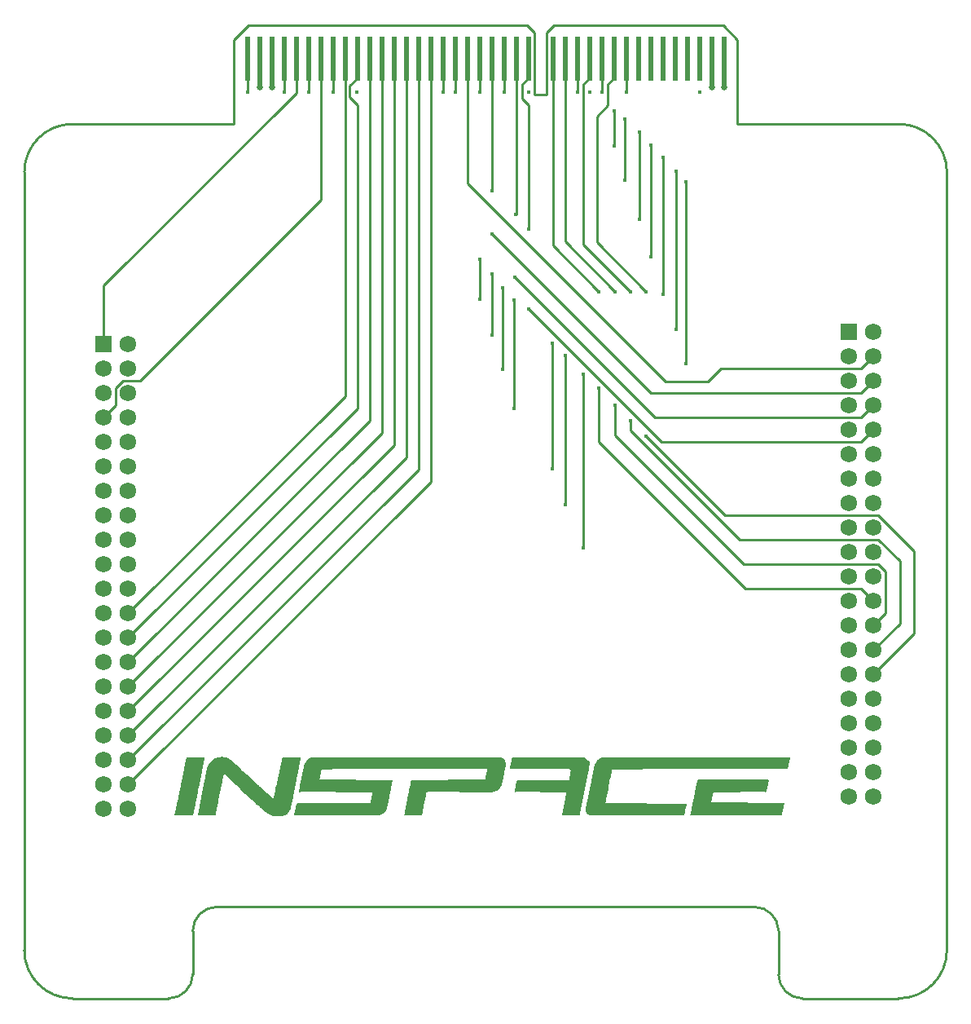
<source format=gbr>
%TF.GenerationSoftware,Altium Limited,Altium Designer,22.11.1 (43)*%
G04 Layer_Physical_Order=1*
G04 Layer_Color=255*
%FSLAX45Y45*%
%MOMM*%
%TF.SameCoordinates,C297AA42-F212-4987-B5A2-20FF98F52B47*%
%TF.FilePolarity,Positive*%
%TF.FileFunction,Copper,L1,Top,Signal*%
%TF.Part,Single*%
G01*
G75*
%TA.AperFunction,SMDPad,CuDef*%
%ADD10R,0.53000X4.57200*%
%TA.AperFunction,Conductor*%
%ADD11C,0.29300*%
%ADD12C,0.50000*%
%TA.AperFunction,NonConductor*%
%ADD13C,0.25400*%
%TA.AperFunction,ComponentPad*%
%ADD14C,1.72500*%
%ADD15R,1.72500X1.72500*%
%TA.AperFunction,ViaPad*%
%ADD16C,0.44400*%
%ADD17C,0.63500*%
G36*
X4955054Y2504812D02*
X4980163Y2492723D01*
X4982023Y2489003D01*
X4988533Y2484353D01*
X4995042Y2474124D01*
X4998762Y2464824D01*
X5004342Y2444365D01*
X5002482Y2416466D01*
X5000622Y2410886D01*
X4998762Y2397867D01*
X4995972Y2382057D01*
X4994112Y2374618D01*
X4991323Y2364388D01*
X4989462Y2351369D01*
X4986673Y2335559D01*
X4984813Y2328120D01*
X4982023Y2317890D01*
X4980163Y2299291D01*
X4976443Y2284411D01*
X4972723Y2271392D01*
X4970863Y2252793D01*
X4969003Y2245353D01*
X4963424Y2226754D01*
X4960634Y2214664D01*
X4954124Y2202575D01*
X4948544Y2193275D01*
X4940175Y2183046D01*
X4937385Y2180256D01*
X4935525Y2176536D01*
X4932735Y2173746D01*
X4929015Y2171886D01*
X4921575Y2164446D01*
X4917855Y2162586D01*
X4914135Y2158867D01*
X4902046Y2154217D01*
X4889956Y2147707D01*
X4876007Y2144917D01*
X4850898Y2142127D01*
X4193415Y2143057D01*
X4182255Y2141197D01*
X4178535Y2137477D01*
X4176675Y2124458D01*
X4173886Y2108649D01*
X4171096Y2098419D01*
X4169236Y2090979D01*
X4164586Y2064010D01*
X4161796Y2053781D01*
X4159936Y2046341D01*
X4157146Y2024952D01*
X4152496Y2009143D01*
X4150637Y1996123D01*
X4147847Y1980314D01*
X4145057Y1970084D01*
X4141337Y1955205D01*
X4139477Y1936605D01*
X4137617Y1931026D01*
X4133897Y1918006D01*
X4132037Y1904987D01*
X4130177Y1901267D01*
X4127387Y1898477D01*
X3948835Y1900337D01*
X3946045Y1903127D01*
X3947905Y1910567D01*
X3951625Y1919866D01*
X3953485Y1938466D01*
X3955344Y1945905D01*
X3958134Y1957995D01*
X3960924Y1968224D01*
X3962784Y1981244D01*
X3965574Y1997053D01*
X3967434Y2004493D01*
X3970224Y2014722D01*
X3974874Y2043551D01*
X3977664Y2053781D01*
X3979523Y2061220D01*
X3984173Y2088189D01*
X3987893Y2103069D01*
X3991613Y2127248D01*
X3993473Y2134688D01*
X3996263Y2144917D01*
X3998123Y2152357D01*
X4000913Y2173746D01*
X4005562Y2189555D01*
X4007422Y2202575D01*
X4010212Y2218384D01*
X4012072Y2225824D01*
X4014862Y2236053D01*
X4016722Y2249073D01*
X4019512Y2263022D01*
X4024162Y2269532D01*
X4781151Y2271392D01*
X4787661Y2274182D01*
X4790451Y2276972D01*
X4792310Y2284411D01*
X4795100Y2305801D01*
X4799750Y2321610D01*
X4801610Y2334629D01*
X4804400Y2350439D01*
X4807190Y2360668D01*
X4810910Y2373688D01*
X4808120Y2380198D01*
X3299721D01*
X3091410Y2378338D01*
X3088620Y2375548D01*
X3086760Y2351369D01*
X3083040Y2342069D01*
X3081180Y2334629D01*
X3077460Y2308591D01*
X3071880Y2289991D01*
X3070021Y2276972D01*
X3071880Y2273252D01*
X3074670Y2270462D01*
X3826080Y2268602D01*
X3827010Y2258372D01*
X3823290Y2249073D01*
X3819570Y2226754D01*
X3816780Y2210945D01*
X3812130Y2195135D01*
X3809340Y2173746D01*
X3807481Y2166306D01*
X3804691Y2156077D01*
X3802831Y2148637D01*
X3800041Y2127248D01*
X3798181Y2119808D01*
X3795391Y2109578D01*
X3793531Y2102139D01*
X3790741Y2080750D01*
X3787951Y2070520D01*
X3784231Y2055641D01*
X3782372Y2037041D01*
X3780512Y2031462D01*
X3776792Y2018442D01*
X3774932Y1999843D01*
X3768422Y1982174D01*
X3766562Y1972874D01*
X3762842Y1963574D01*
X3758193Y1955205D01*
X3750753Y1942185D01*
X3742383Y1931956D01*
X3739593Y1929166D01*
X3737733Y1925446D01*
X3723784Y1915216D01*
X3707045Y1907777D01*
X3681006Y1900337D01*
X3662406Y1898477D01*
X2804051Y1899407D01*
X2802191Y1906847D01*
X2805911Y1921726D01*
X2809631Y1934746D01*
X2811491Y1947765D01*
X2814281Y1961715D01*
X2816141Y1969154D01*
X2818931Y1979384D01*
X2823581Y2006353D01*
X2825440Y2013793D01*
X2828230Y2020302D01*
X2831020Y2023092D01*
X2838460Y2024952D01*
X3594519Y2025882D01*
X3596379Y2033322D01*
X3598239Y2046341D01*
X3601959Y2059361D01*
X3605679Y2074240D01*
X3607539Y2092839D01*
X3609399Y2098419D01*
X3613119Y2111439D01*
X3616838Y2137477D01*
X3612188Y2142127D01*
X3604749Y2143987D01*
X3597309Y2142127D01*
X2871008Y2143057D01*
X2860779Y2142127D01*
X2854269Y2146777D01*
X2857059Y2173746D01*
X2858919Y2183046D01*
X2863569Y2198855D01*
X2866359Y2220244D01*
X2871939Y2242563D01*
X2873798Y2253723D01*
X2877518Y2274182D01*
X2881238Y2289061D01*
X2884958Y2313240D01*
X2886818Y2320680D01*
X2889608Y2330909D01*
X2891468Y2343929D01*
X2894258Y2359738D01*
X2897048Y2369968D01*
X2898907Y2377408D01*
X2900767Y2390427D01*
X2903557Y2406236D01*
X2908207Y2422046D01*
X2911927Y2436925D01*
X2915647Y2440645D01*
X2919367Y2449945D01*
X2921227Y2453665D01*
X2926806Y2459244D01*
X2932386Y2468544D01*
X2950055Y2486213D01*
X2959355Y2491793D01*
X2983534Y2502953D01*
X2996554Y2504812D01*
X3020733Y2506672D01*
X4955054Y2504812D01*
D02*
G37*
G36*
X1873159D02*
X1874089Y2490863D01*
X1872229Y2485283D01*
X1869439Y2475054D01*
X1867579Y2467614D01*
X1862000Y2434135D01*
X1859210Y2423906D01*
X1857350Y2416466D01*
X1852700Y2389497D01*
X1849910Y2379268D01*
X1848050Y2371828D01*
X1845260Y2350439D01*
X1843400Y2342999D01*
X1840610Y2332770D01*
X1838750Y2325330D01*
X1836891Y2306730D01*
X1835031Y2301151D01*
X1831311Y2288131D01*
X1829451Y2275112D01*
X1826661Y2259303D01*
X1823871Y2249073D01*
X1822011Y2241633D01*
X1817361Y2212804D01*
X1814571Y2202575D01*
X1812712Y2195135D01*
X1808062Y2168166D01*
X1805272Y2157937D01*
X1803412Y2150497D01*
X1800622Y2129108D01*
X1798762Y2121668D01*
X1795972Y2111439D01*
X1794112Y2103999D01*
X1792252Y2085399D01*
X1790392Y2079820D01*
X1786673Y2066800D01*
X1784813Y2053781D01*
X1782023Y2037972D01*
X1779233Y2027742D01*
X1777373Y2020302D01*
X1775513Y2007283D01*
X1772723Y1991473D01*
X1769933Y1981244D01*
X1768073Y1973804D01*
X1763424Y1946835D01*
X1760634Y1936605D01*
X1758774Y1929166D01*
X1755984Y1907777D01*
X1753194Y1901267D01*
X1744824Y1898477D01*
X1561622Y1899407D01*
X1562552Y1918936D01*
X1566272Y1920796D01*
X1569061Y1931026D01*
X1570921Y1949625D01*
X1572781Y1957065D01*
X1575571Y1967294D01*
X1577431Y1974734D01*
X1579291Y1985894D01*
X1583011Y2006353D01*
X1584871Y2013793D01*
X1587661Y2024022D01*
X1590451Y2045411D01*
X1592311Y2052851D01*
X1595100Y2063080D01*
X1596960Y2070520D01*
X1599750Y2091909D01*
X1604400Y2107719D01*
X1606260Y2120738D01*
X1609050Y2136547D01*
X1610910Y2143987D01*
X1613700Y2154217D01*
X1615560Y2167236D01*
X1618350Y2183046D01*
X1621139Y2193275D01*
X1622999Y2200715D01*
X1627649Y2227684D01*
X1630439Y2237913D01*
X1632299Y2245353D01*
X1635089Y2266742D01*
X1636949Y2274182D01*
X1639739Y2284411D01*
X1641598Y2291851D01*
X1644388Y2313240D01*
X1649038Y2329050D01*
X1650898Y2342069D01*
X1653688Y2357878D01*
X1656478Y2368108D01*
X1658338Y2375548D01*
X1660198Y2388567D01*
X1662988Y2404376D01*
X1665777Y2414606D01*
X1667638Y2422046D01*
X1672287Y2449015D01*
X1675077Y2459244D01*
X1676937Y2466684D01*
X1679727Y2488073D01*
X1681587Y2495513D01*
X1684377Y2502023D01*
X1689027Y2506672D01*
X1808062D01*
X1873159Y2504812D01*
D02*
G37*
G36*
X2074031Y2506672D02*
X2075891D01*
X2083331Y2504812D01*
X2100070Y2502953D01*
X2116809Y2495513D01*
X2124249Y2493653D01*
X2129829Y2488073D01*
X2137268Y2486213D01*
X2144708Y2478774D01*
X2148428Y2476914D01*
X2165167Y2460174D01*
X2168887Y2458314D01*
X2183767Y2443435D01*
X2187486Y2441575D01*
X2204226Y2424836D01*
X2207946Y2422976D01*
X2224685Y2406236D01*
X2228405Y2404376D01*
X2252584Y2380198D01*
X2256304Y2378338D01*
X2273043Y2361598D01*
X2276763Y2359738D01*
X2280483Y2354159D01*
X2284202Y2352299D01*
X2300942Y2335559D01*
X2304662Y2333699D01*
X2313961Y2324400D01*
X2317681Y2322540D01*
X2341860Y2298361D01*
X2345580Y2296501D01*
X2362319Y2279762D01*
X2365109Y2278832D01*
X2366969Y2275112D01*
X2373479Y2270462D01*
X2395798Y2248143D01*
X2399518Y2246283D01*
X2408817Y2236983D01*
X2412537Y2235124D01*
X2431136Y2216524D01*
X2434856Y2214664D01*
X2436716Y2210945D01*
X2440436Y2209084D01*
X2449736Y2199785D01*
X2452526Y2198855D01*
X2454385Y2195135D01*
X2457175Y2192345D01*
X2460895Y2190485D01*
X2485074Y2166306D01*
X2488794Y2164446D01*
X2505533Y2147707D01*
X2509253Y2145847D01*
X2511113Y2142127D01*
X2514833Y2140267D01*
X2525993Y2129108D01*
X2529712Y2127248D01*
X2546452Y2110509D01*
X2550172Y2108649D01*
X2552031Y2104929D01*
X2555751Y2103069D01*
X2574351Y2084470D01*
X2577140Y2083540D01*
X2579000Y2079820D01*
X2581790Y2077030D01*
X2589230Y2078890D01*
X2591090Y2086330D01*
X2593880Y2096559D01*
X2595740Y2103999D01*
X2597600Y2117018D01*
X2600390Y2129108D01*
X2605039Y2144917D01*
X2608759Y2169096D01*
X2612479Y2178396D01*
X2616199Y2204435D01*
X2621779Y2223034D01*
X2623639Y2230474D01*
X2626429Y2248143D01*
X2631078Y2263952D01*
X2632938Y2276972D01*
X2637588Y2296501D01*
X2640378Y2306730D01*
X2642238Y2319750D01*
X2644098Y2330909D01*
X2647818Y2340209D01*
X2649677Y2353229D01*
X2651537Y2360668D01*
X2654327Y2374618D01*
X2657117Y2384847D01*
X2658977Y2392287D01*
X2661767Y2409956D01*
X2666417Y2425766D01*
X2668277Y2438785D01*
X2671067Y2450875D01*
X2672927Y2458314D01*
X2675717Y2468544D01*
X2677577Y2475984D01*
X2679436Y2492723D01*
X2685946Y2504812D01*
X2693386Y2506672D01*
X2871939Y2504812D01*
X2874728Y2496443D01*
X2872869Y2490863D01*
X2870079Y2478774D01*
X2866359Y2463894D01*
X2862639Y2439715D01*
X2860779Y2432276D01*
X2857989Y2422046D01*
X2854269Y2396007D01*
X2850549Y2382987D01*
X2848690Y2375548D01*
X2846829Y2362528D01*
X2844040Y2348579D01*
X2842180Y2341139D01*
X2839390Y2330909D01*
X2837530Y2312310D01*
X2835670Y2304871D01*
X2831950Y2291851D01*
X2830090Y2284411D01*
X2827300Y2264882D01*
X2825440Y2257443D01*
X2822650Y2247213D01*
X2818931Y2221174D01*
X2817071Y2213734D01*
X2813351Y2200715D01*
X2811491Y2187695D01*
X2808701Y2171886D01*
X2805911Y2161656D01*
X2804051Y2154217D01*
X2802191Y2141197D01*
X2799402Y2127248D01*
X2796612Y2117018D01*
X2794752Y2109578D01*
X2792892Y2090979D01*
X2791032Y2083540D01*
X2787312Y2070520D01*
X2785452Y2063080D01*
X2782662Y2041691D01*
X2780802Y2034252D01*
X2778012Y2025882D01*
X2776152Y2012862D01*
X2773362Y1997053D01*
X2771503Y1989613D01*
X2768713Y1979384D01*
X2766853Y1966364D01*
X2763133Y1957065D01*
X2753833Y1940326D01*
X2750113Y1936605D01*
X2748254Y1932886D01*
X2732444Y1917076D01*
X2723145Y1911497D01*
X2719425Y1907777D01*
X2707335Y1903127D01*
X2704545Y1900337D01*
X2682226Y1894757D01*
X2679436Y1891968D01*
X2678506Y1889178D01*
X2597600Y1890107D01*
X2595740Y1893827D01*
X2585510Y1896617D01*
X2565981Y1901267D01*
X2563191Y1904057D01*
X2555751Y1905917D01*
X2527852Y1920796D01*
X2524133Y1924516D01*
X2520413Y1926376D01*
X2512973Y1933816D01*
X2509253Y1935676D01*
X2501814Y1943115D01*
X2498094Y1944975D01*
X2485074Y1957995D01*
X2481354Y1959855D01*
X2473915Y1967294D01*
X2470195Y1969154D01*
X2460895Y1978454D01*
X2457175Y1980314D01*
X2447876Y1989613D01*
X2445086Y1990543D01*
X2443226Y1994263D01*
X2436716Y1998913D01*
X2431136Y2004493D01*
X2427417Y2006353D01*
X2419977Y2013793D01*
X2416257Y2015652D01*
X2408817Y2023092D01*
X2405098Y2024952D01*
X2397658Y2032392D01*
X2393938Y2034252D01*
X2369759Y2058431D01*
X2366039Y2060291D01*
X2362319Y2065870D01*
X2358599Y2067730D01*
X2332560Y2093769D01*
X2328841Y2095629D01*
X2302802Y2121668D01*
X2299082Y2123528D01*
X2282342Y2140267D01*
X2278623Y2142127D01*
X2245144Y2175606D01*
X2241424Y2177466D01*
X2237704Y2183046D01*
X2233984Y2184905D01*
X2207946Y2210945D01*
X2204226Y2212804D01*
X2200506Y2218384D01*
X2196786Y2220244D01*
X2081471Y2335559D01*
X2073101Y2334629D01*
X2071241Y2327190D01*
X2068451Y2307661D01*
X2066591Y2300221D01*
X2063801Y2289991D01*
X2061942Y2276972D01*
X2059152Y2261162D01*
X2057292Y2253723D01*
X2054502Y2243493D01*
X2052642Y2230474D01*
X2049852Y2214664D01*
X2047062Y2204435D01*
X2045202Y2196995D01*
X2043342Y2183976D01*
X2040552Y2170026D01*
X2037762Y2159797D01*
X2035902Y2152357D01*
X2034043Y2133757D01*
X2032183Y2126318D01*
X2028463Y2113298D01*
X2026603Y2105859D01*
X2023813Y2084470D01*
X2019163Y2068660D01*
X2017303Y2055641D01*
X2014513Y2039831D01*
X2012654Y2032392D01*
X2009864Y2022162D01*
X2008004Y2009143D01*
X2005214Y1993333D01*
X2002424Y1983104D01*
X2000564Y1975664D01*
X1998704Y1962645D01*
X1995914Y1948695D01*
X1992194Y1933816D01*
X1990334Y1922656D01*
X1986615Y1902197D01*
X1977315Y1898477D01*
X1804342Y1900337D01*
X1801552Y1906847D01*
X1803412Y1912426D01*
X1806202Y1924516D01*
X1808992Y1934746D01*
X1810852Y1942185D01*
X1813642Y1963574D01*
X1815502Y1971014D01*
X1818291Y1981244D01*
X1820151Y1994263D01*
X1822941Y2010073D01*
X1824801Y2017512D01*
X1827591Y2027742D01*
X1829451Y2040761D01*
X1832241Y2058431D01*
X1836891Y2074240D01*
X1838750Y2092839D01*
X1846190Y2122598D01*
X1850840Y2149567D01*
X1854560Y2164446D01*
X1859210Y2195135D01*
X1861070Y2200715D01*
X1864790Y2215594D01*
X1867579Y2236983D01*
X1872229Y2252793D01*
X1874089Y2265812D01*
X1876879Y2283482D01*
X1879669Y2293711D01*
X1881529Y2301151D01*
X1883389Y2314170D01*
X1886179Y2329980D01*
X1888969Y2340209D01*
X1890828Y2347649D01*
X1892688Y2366248D01*
X1894548Y2373688D01*
X1898268Y2386707D01*
X1900128Y2394147D01*
X1902918Y2406236D01*
X1914077Y2428555D01*
X1923377Y2443435D01*
X1926167Y2446225D01*
X1928027Y2449945D01*
X1954996Y2476914D01*
X1964296Y2482493D01*
X1981035Y2491793D01*
X1990334Y2495513D01*
X2008004Y2502023D01*
X2018233Y2504812D01*
X2056362Y2507602D01*
X2074031Y2506672D01*
D02*
G37*
G36*
X7013990Y2270462D02*
X7732851Y2271392D01*
X7736571Y2269532D01*
X7737501Y2263022D01*
X7735641Y2253723D01*
X7733781Y2246283D01*
X7730991Y2236053D01*
X7729131Y2217454D01*
X7721691Y2187695D01*
X7717042Y2158867D01*
X7713322Y2149567D01*
X7709602Y2143987D01*
X7702162Y2142127D01*
X7693793Y2143057D01*
X7179523Y2142127D01*
X7173944Y2143987D01*
X7168364Y2142127D01*
X7159994Y2137477D01*
X7158134Y2124458D01*
X7155344Y2108649D01*
X7150695Y2092839D01*
X7146045Y2065870D01*
X7144185Y2058431D01*
X7141395Y2048201D01*
X7143255Y2033322D01*
X7896524Y2031462D01*
X7898384Y2024022D01*
X7894664Y2014722D01*
X7891874Y2002633D01*
X7888155Y1978454D01*
X7882575Y1956135D01*
X7880715Y1941255D01*
X7878855Y1931956D01*
X7876995Y1924516D01*
X7874205Y1914286D01*
X7871415Y1900337D01*
X7865836Y1898477D01*
X7531049D01*
X6922854Y1900337D01*
X6920064Y1904987D01*
X6923784Y1914286D01*
X6925644Y1921726D01*
X6928434Y1943115D01*
X6931224Y1953345D01*
X6934943Y1968224D01*
X6936803Y1986824D01*
X6938663Y1992403D01*
X6942383Y2005423D01*
X6944243Y2018442D01*
X6947033Y2034252D01*
X6949823Y2044481D01*
X6951683Y2051921D01*
X6956333Y2080750D01*
X6959122Y2090979D01*
X6960982Y2098419D01*
X6965632Y2125388D01*
X6968422Y2135618D01*
X6970282Y2143057D01*
X6973072Y2164446D01*
X6974932Y2171886D01*
X6977722Y2182116D01*
X6979582Y2189555D01*
X6982372Y2210945D01*
X6987021Y2226754D01*
X6991671Y2255583D01*
X6995391Y2264882D01*
X6999111Y2270462D01*
X7008410Y2272322D01*
X7013990Y2270462D01*
D02*
G37*
G36*
X7961622Y2505743D02*
X7960692Y2489933D01*
X7956972Y2488073D01*
X7954182Y2477844D01*
X7952322Y2464824D01*
X7949532Y2450875D01*
X7944882Y2435065D01*
X7942093Y2417396D01*
X7940233Y2409956D01*
X7935583Y2394147D01*
X7933723Y2382987D01*
X7930933Y2380198D01*
X6733142D01*
X6110067Y2378338D01*
X6107277Y2375548D01*
X6105417Y2356949D01*
X6103557Y2349509D01*
X6101697Y2338349D01*
X6099837Y2332770D01*
X6096118Y2317890D01*
X6094258Y2299291D01*
X6092398Y2293711D01*
X6088678Y2280692D01*
X6084028Y2253723D01*
X6080308Y2238843D01*
X6078448Y2227684D01*
X6074728Y2207225D01*
X6071939Y2196995D01*
X6070079Y2189555D01*
X6067289Y2168166D01*
X6064499Y2157937D01*
X6060779Y2143057D01*
X6058919Y2124458D01*
X6057059Y2118878D01*
X6053339Y2105859D01*
X6051479Y2092839D01*
X6048689Y2077030D01*
X6045900Y2066800D01*
X6044040Y2059361D01*
X6042180Y2046341D01*
X6039390Y2032392D01*
X6038460Y2029602D01*
X6043110Y2024952D01*
X6052409Y2023092D01*
X6057989Y2024952D01*
X6880076Y2023092D01*
X6882866Y2020302D01*
X6880076Y2000773D01*
X6876356Y1985894D01*
X6873566Y1975664D01*
X6870776Y1954275D01*
X6867986Y1944045D01*
X6864266Y1929166D01*
X6861476Y1909637D01*
X6857757Y1900337D01*
X6850317Y1898477D01*
X5883156Y1900337D01*
X5862697Y1911497D01*
X5846888Y1923586D01*
X5845028Y1927306D01*
X5841308Y1931026D01*
X5837588Y1940326D01*
X5835728Y1970084D01*
X5837588Y1983104D01*
X5839448Y2001703D01*
X5843168Y2011003D01*
X5845028Y2024022D01*
X5846888Y2031462D01*
X5848748Y2048201D01*
X5852467Y2057501D01*
X5856187Y2083540D01*
X5858977Y2093769D01*
X5862697Y2108649D01*
X5864557Y2123528D01*
X5866417Y2132828D01*
X5868277Y2140267D01*
X5871067Y2150497D01*
X5872927Y2163516D01*
X5875716Y2179326D01*
X5878506Y2189555D01*
X5880366Y2196995D01*
X5882226Y2210014D01*
X5885016Y2225824D01*
X5889666Y2241633D01*
X5892456Y2263022D01*
X5894316Y2270462D01*
X5897106Y2280692D01*
X5898966Y2288131D01*
X5901755Y2309520D01*
X5904545Y2319750D01*
X5908265Y2334629D01*
X5910125Y2353229D01*
X5911985Y2358808D01*
X5915705Y2371828D01*
X5917565Y2384847D01*
X5920355Y2400657D01*
X5925004Y2416466D01*
X5928724Y2433205D01*
X5934304Y2442505D01*
X5941744Y2455524D01*
X5951043Y2468544D01*
X5954763Y2472264D01*
X5956623Y2475984D01*
X5963133Y2480634D01*
X5968713Y2486213D01*
X5978012Y2491793D01*
X6002191Y2502953D01*
X6015211Y2504812D01*
X6039390Y2506672D01*
X7961622Y2505743D01*
D02*
G37*
G36*
X5806899Y2504812D02*
X5812479Y2502953D01*
X5819919Y2501093D01*
X5832938Y2495513D01*
X5842238Y2489933D01*
X5855257Y2480634D01*
X5863627Y2472264D01*
X5865487Y2468544D01*
X5869207Y2464824D01*
X5872927Y2455524D01*
X5874787Y2431345D01*
X5871997Y2402517D01*
X5866417Y2380198D01*
X5864557Y2370898D01*
X5862697Y2356019D01*
X5860837Y2348579D01*
X5858047Y2338349D01*
X5856187Y2330909D01*
X5854327Y2312310D01*
X5852467Y2304871D01*
X5848748Y2291851D01*
X5846888Y2284411D01*
X5844098Y2264882D01*
X5842238Y2257443D01*
X5839448Y2247213D01*
X5837588Y2234193D01*
X5834798Y2218384D01*
X5832008Y2208155D01*
X5830148Y2200715D01*
X5828288Y2187695D01*
X5825498Y2173746D01*
X5823639Y2166306D01*
X5820849Y2156077D01*
X5818989Y2137477D01*
X5817129Y2130038D01*
X5813409Y2117018D01*
X5811549Y2109578D01*
X5809689Y2090979D01*
X5805969Y2077960D01*
X5802250Y2063080D01*
X5799460Y2043551D01*
X5797600Y2036111D01*
X5794810Y2025882D01*
X5792950Y2012862D01*
X5790160Y1997053D01*
X5787370Y1986824D01*
X5785510Y1979384D01*
X5783650Y1966364D01*
X5780860Y1952415D01*
X5779000Y1944975D01*
X5776210Y1934746D01*
X5774351Y1916147D01*
X5772491Y1908707D01*
X5767841Y1900337D01*
X5760401Y1898477D01*
X5589288Y1900337D01*
X5586498Y1904987D01*
X5588358Y1910567D01*
X5591148Y1922656D01*
X5593938Y1932886D01*
X5597658Y1958925D01*
X5603237Y1977524D01*
X5605098Y1990543D01*
X5607887Y2006353D01*
X5610677Y2016582D01*
X5612537Y2024022D01*
X5614397Y2037041D01*
X5617187Y2050991D01*
X5619047Y2058431D01*
X5621837Y2068660D01*
X5626487Y2095629D01*
X5630206Y2110509D01*
X5632996Y2135618D01*
X5631136Y2141197D01*
X5622767Y2143987D01*
X5615327Y2142127D01*
X5110358Y2143057D01*
X5105708Y2142127D01*
X5103848D01*
X5095478Y2146777D01*
X5097338Y2174676D01*
X5099198Y2180256D01*
X5102918Y2193275D01*
X5104778Y2200715D01*
X5106638Y2219314D01*
X5108498Y2224894D01*
X5112218Y2237913D01*
X5114077Y2250933D01*
X5115937Y2258372D01*
X5120587Y2263022D01*
X5658105Y2264882D01*
X5660895Y2267672D01*
X5666475Y2289991D01*
X5668335Y2308591D01*
X5670195Y2316030D01*
X5673915Y2329050D01*
X5677635Y2355089D01*
X5679494Y2362528D01*
X5677635Y2375548D01*
X5674845Y2378338D01*
X5667405Y2380198D01*
X5046190Y2382057D01*
X5045260Y2390427D01*
X5048980Y2399727D01*
X5052700Y2425766D01*
X5055490Y2437855D01*
X5058280Y2448085D01*
X5060139Y2455524D01*
X5062929Y2476914D01*
X5064789Y2484353D01*
X5067579Y2494583D01*
X5069439Y2502023D01*
X5074089Y2506672D01*
X5806899Y2504812D01*
D02*
G37*
D10*
X2317650Y9760000D02*
D03*
X2444650D02*
D03*
X2571650D02*
D03*
X2698650D02*
D03*
X2825650D02*
D03*
X2952650D02*
D03*
X3079650D02*
D03*
X3206650D02*
D03*
X3333650D02*
D03*
X3460650D02*
D03*
X3587650D02*
D03*
X3714650D02*
D03*
X3841650D02*
D03*
X3968650D02*
D03*
X4095650D02*
D03*
X4222650D02*
D03*
X4349650D02*
D03*
X4476650D02*
D03*
X4603650D02*
D03*
X4730650D02*
D03*
X4857650D02*
D03*
X4984650D02*
D03*
X5111650D02*
D03*
X5238650D02*
D03*
X5492650D02*
D03*
X5619650D02*
D03*
X5746650D02*
D03*
X5873650D02*
D03*
X6000650D02*
D03*
X6127650D02*
D03*
X6254650D02*
D03*
X6381650D02*
D03*
X6508650D02*
D03*
X6635650D02*
D03*
X6762650D02*
D03*
X6889650D02*
D03*
X7016650D02*
D03*
X7143650D02*
D03*
X7270650D02*
D03*
D11*
X4969332Y6532004D02*
Y7379332D01*
X4970000Y7380000D01*
X4968664Y6531336D02*
X4969332Y6532004D01*
X8826500Y3619500D02*
X9100000Y3893000D01*
X8877415Y4763200D02*
X9100000Y4540615D01*
Y3893000D02*
Y4540615D01*
X8826500Y3365500D02*
X9250000Y3789000D01*
Y4644615D01*
X8877415Y5017200D02*
X9250000Y4644615D01*
X6062950Y9272950D02*
Y9493200D01*
X5950000Y7850000D02*
Y9160000D01*
X6062950Y9272950D01*
X5950000Y7850000D02*
X6460000Y7340000D01*
X6000675Y9410025D02*
X6000700Y9410000D01*
X6000675Y9410025D02*
Y9759975D01*
X6000650Y9760000D02*
X6000675Y9759975D01*
X6062950Y9493200D02*
X6127650Y9557900D01*
X6130000Y8856000D02*
Y9220000D01*
X6127650Y9557900D02*
Y9760000D01*
X6254650D02*
X6254675Y9759975D01*
Y9410025D02*
X6254700Y9410000D01*
X6254675Y9410025D02*
Y9759975D01*
X6460000Y5840000D02*
X7282800Y5017200D01*
X8877415D01*
X6300000Y5900000D02*
X7436800Y4763200D01*
X8877415D01*
X6300000Y5900000D02*
Y6000000D01*
X5970000Y5780000D02*
Y6340000D01*
Y5780000D02*
X7494800Y4255200D01*
X5811450Y7828550D02*
X6300000Y7340000D01*
X5619650Y7860350D02*
Y9760000D01*
Y7860350D02*
X6140000Y7340000D01*
X5811450Y7828550D02*
Y9495700D01*
X6140000Y5850000D02*
X7480800Y4509200D01*
X6140000Y5850000D02*
Y6160000D01*
X5240000Y7158035D02*
Y7160000D01*
Y7158035D02*
X6618835Y5779200D01*
X8700200D01*
X6390000Y8088000D02*
Y9000000D01*
X6510000Y7700000D02*
Y8860000D01*
X6240000Y8500000D02*
Y9130000D01*
X5811450Y9495700D02*
X5873650Y9557900D01*
X5100000Y7490000D02*
X6556800Y6033200D01*
X8700200D01*
X7480800Y4509200D02*
X8877415D01*
X5873650Y9557900D02*
Y9760000D01*
X8877415Y4509200D02*
X8952800Y4433815D01*
X8826500Y3873500D02*
X8952800Y3999800D01*
Y4433815D01*
X7494800Y4255200D02*
X8698800D01*
X8826500Y4127500D01*
X5492650Y7817350D02*
X5970000Y7340000D01*
X5492650Y7817350D02*
Y9760000D01*
X4603650Y8466350D02*
Y9760000D01*
Y8466350D02*
X6666815Y6403185D01*
X7103185D01*
X4860000Y7940000D02*
X6512800Y6287200D01*
X8700200D01*
X5810000Y4680000D02*
Y6480000D01*
X5746675Y9410025D02*
X5746700Y9410000D01*
X5746675Y9410025D02*
Y9759975D01*
X5746650Y9760000D02*
X5746675Y9759975D01*
X5620000Y5130000D02*
Y6680000D01*
X5490000Y5500000D02*
Y6800000D01*
X5090000Y6130000D02*
Y7250000D01*
X5176450Y9343550D02*
X5240000Y9280000D01*
Y7990000D02*
Y9280000D01*
X5176450Y9343550D02*
Y9495700D01*
X5111650Y8141650D02*
Y9760000D01*
X5110000Y8140000D02*
X5111650Y8141650D01*
X4984675Y9410025D02*
X4984700Y9410000D01*
X4984675Y9410025D02*
Y9759975D01*
X4860000Y6890000D02*
Y7520000D01*
X4730000Y7260000D02*
Y7680000D01*
X4476675Y9410025D02*
X4476700Y9410000D01*
X4476650Y9760000D02*
X4476675Y9759975D01*
Y9410025D02*
Y9759975D01*
X8700200Y5779200D02*
X8826500Y5905500D01*
X8700200Y6033200D02*
X8826500Y6159500D01*
X5176450Y9495700D02*
X5238650Y9557900D01*
Y9760000D01*
X8700200Y6287200D02*
X8826500Y6413500D01*
X7241200Y6541200D02*
X8700200D01*
X8826500Y6667500D01*
X7103185Y6403185D02*
X7241200Y6541200D01*
X4858825Y8391175D02*
Y9758825D01*
X4857650Y9760000D02*
X4858825Y9758825D01*
Y8391175D02*
X4860000Y8390000D01*
X6880000Y6590000D02*
Y8480000D01*
X6770000Y6950000D02*
Y8590000D01*
X6640000Y7310000D02*
Y8730000D01*
X4222650Y5365650D02*
Y9760000D01*
X1079500Y2222500D02*
X4222650Y5365650D01*
X1079500Y2476500D02*
X4095650Y5492650D01*
X1079500Y2730500D02*
X3968650Y5619650D01*
Y9760000D01*
X4095650Y5492650D02*
Y9760000D01*
X3714650Y5873650D02*
Y9760000D01*
X3841650Y5746650D02*
Y9760000D01*
X1079500Y2984500D02*
X3841650Y5746650D01*
X1079500Y3238500D02*
X3714650Y5873650D01*
X3460000Y6127000D02*
Y9280000D01*
X1079500Y3746500D02*
X3460000Y6127000D01*
X3380000Y9360000D02*
X3460000Y9280000D01*
X3380000Y9360000D02*
Y9477250D01*
X3460650Y9557900D01*
X1079500Y4000500D02*
X3333650Y6254650D01*
Y9760000D01*
X3587650Y6000650D02*
Y9760000D01*
X1079500Y3492500D02*
X3587650Y6000650D01*
X3460650Y9557900D02*
Y9760000D01*
X4349650D02*
X4349675Y9759975D01*
Y9410025D02*
Y9759975D01*
Y9410025D02*
X4349700Y9410000D01*
X1204200Y6414200D02*
X3079650Y8289650D01*
X1028585Y6414200D02*
X1204200D01*
X951800Y6337415D02*
X1028585Y6414200D01*
X951800Y6158800D02*
Y6337415D01*
X825500Y6032500D02*
X951800Y6158800D01*
X3079650Y8289650D02*
Y9760000D01*
X2952675Y9410025D02*
Y9759975D01*
X2952650Y9760000D02*
X2952675Y9759975D01*
Y9410025D02*
X2952700Y9410000D01*
X825500Y6794500D02*
Y7405500D01*
X2825650Y9405650D01*
Y9760000D01*
X4984650D02*
X4984675Y9759975D01*
X4730675Y9410025D02*
Y9759975D01*
Y9410025D02*
X4730700Y9410000D01*
X4730650Y9760000D02*
X4730675Y9759975D01*
X3206675Y9410025D02*
Y9759975D01*
X3206650Y9760000D02*
X3206675Y9759975D01*
Y9410025D02*
X3206700Y9410000D01*
X2698675Y9410025D02*
Y9759975D01*
Y9410025D02*
X2698700Y9410000D01*
X2698650Y9760000D02*
X2698675Y9759975D01*
X2317650Y9760000D02*
X2317675Y9759975D01*
Y9410025D02*
Y9759975D01*
Y9410025D02*
X2317700Y9410000D01*
D12*
X2444675Y9460025D02*
Y9759975D01*
Y9460025D02*
X2444700Y9460000D01*
X2571675Y9460025D02*
Y9759975D01*
Y9460025D02*
X2571700Y9460000D01*
X2571650Y9760000D02*
X2571675Y9759975D01*
X2444650Y9760000D02*
X2444675Y9759975D01*
X7270675Y9460025D02*
Y9759975D01*
Y9460025D02*
X7270700Y9460000D01*
X7270650Y9760000D02*
X7270675Y9759975D01*
X7143675Y9460025D02*
Y9759975D01*
Y9460025D02*
X7143700Y9460000D01*
X7143650Y9760000D02*
X7143675Y9759975D01*
D13*
X9588500Y8580500D02*
G03*
X9088500Y9080500I-500000J0D01*
G01*
X500000D02*
G03*
X0Y8580500I0J-500000D01*
G01*
X9088500Y0D02*
G03*
X9588500Y500000I0J500000D01*
G01*
X7838500Y700000D02*
G03*
X7588500Y950000I-250000J0D01*
G01*
X7838500Y250000D02*
G03*
X8088500Y0I250000J0D01*
G01*
X2000000Y950000D02*
G03*
X1750000Y700000I0J-250000D01*
G01*
X1500000Y0D02*
G03*
X1750000Y250000I-0J250000D01*
G01*
X0Y500000D02*
G03*
X500000Y0I500000J0D01*
G01*
X5228700Y10101500D02*
X5303700Y10026500D01*
X5303700D02*
X5303750Y9385500D01*
X5427700D02*
Y10026500D01*
X5502700Y10101500D01*
X5303700Y9385500D02*
X5427700D01*
X2326700Y10101500D02*
X5228700D01*
X2176700Y9951700D02*
X2326700Y10101500D01*
X7261700D02*
X7411700Y9951700D01*
X500000Y9080500D02*
X2176700D01*
X5502700Y10101500D02*
X7261700D01*
X7411700Y9080500D02*
Y9951700D01*
X2176700D02*
X2176750Y9080500D01*
X7411700D02*
X9088500D01*
X8088500Y0D02*
X9088500D01*
X2000000Y950000D02*
X7588500D01*
X7838500Y250000D02*
Y700000D01*
X1750000Y250000D02*
Y700000D01*
X9588500Y500000D02*
Y8580500D01*
X500000Y0D02*
X1500000D01*
X0Y500000D02*
Y8580500D01*
D14*
X8826500Y2095500D02*
D03*
X8572500D02*
D03*
X8826500Y2349500D02*
D03*
X8572500D02*
D03*
X8826500Y2603500D02*
D03*
X8572500D02*
D03*
X8826500Y2857500D02*
D03*
X8572500D02*
D03*
X8826500Y3111500D02*
D03*
X8572500D02*
D03*
X8826500Y3365500D02*
D03*
X8572500D02*
D03*
X8826500Y3619500D02*
D03*
X8572500D02*
D03*
X8826500Y3873500D02*
D03*
X8572500D02*
D03*
X8826500Y4127500D02*
D03*
X8572500D02*
D03*
X8826500Y4381500D02*
D03*
X8572500D02*
D03*
X8826500Y4635500D02*
D03*
X8572500D02*
D03*
X8826500Y4889500D02*
D03*
X8572500D02*
D03*
X8826500Y5143500D02*
D03*
X8572500D02*
D03*
X8826500Y5397500D02*
D03*
X8572500D02*
D03*
X8826500Y5651500D02*
D03*
X8572500D02*
D03*
X8826500Y5905500D02*
D03*
X8572500D02*
D03*
X8826500Y6159500D02*
D03*
X8572500D02*
D03*
X8826500Y6413500D02*
D03*
X8572500D02*
D03*
X8826500Y6667500D02*
D03*
X8572500D02*
D03*
X8826500Y6921500D02*
D03*
X1079500Y1968500D02*
D03*
X825500D02*
D03*
X1079500Y2222500D02*
D03*
X825500D02*
D03*
X1079500Y2476500D02*
D03*
X825500D02*
D03*
X1079500Y2730500D02*
D03*
X825500D02*
D03*
X1079500Y2984500D02*
D03*
X825500D02*
D03*
X1079500Y3238500D02*
D03*
X825500D02*
D03*
X1079500Y3492500D02*
D03*
X825500D02*
D03*
X1079500Y3746500D02*
D03*
X825500D02*
D03*
X1079500Y4000500D02*
D03*
X825500D02*
D03*
X1079500Y4254500D02*
D03*
X825500D02*
D03*
X1079500Y4508500D02*
D03*
X825500D02*
D03*
X1079500Y4762500D02*
D03*
X825500D02*
D03*
X1079500Y5016500D02*
D03*
X825500D02*
D03*
X1079500Y5270500D02*
D03*
X825500D02*
D03*
X1079500Y5524500D02*
D03*
X825500D02*
D03*
X1079500Y5778500D02*
D03*
X825500D02*
D03*
X1079500Y6032500D02*
D03*
X825500D02*
D03*
X1079500Y6286500D02*
D03*
X825500D02*
D03*
X1079500Y6540500D02*
D03*
X825500D02*
D03*
X1079500Y6794500D02*
D03*
D15*
X8572500Y6921500D02*
D03*
X825500Y6794500D02*
D03*
D16*
X4968664Y6531336D02*
D03*
X6000700Y9410000D02*
D03*
X6130000Y9220000D02*
D03*
X6254700Y9410000D02*
D03*
X6460000Y7340000D02*
D03*
Y5840000D02*
D03*
X5970000Y6340000D02*
D03*
X6300000Y6000000D02*
D03*
Y7340000D02*
D03*
X6140000D02*
D03*
Y6160000D02*
D03*
X6390000Y8088000D02*
D03*
X6130000Y8856000D02*
D03*
X6240000Y9130000D02*
D03*
X6390000Y9000000D02*
D03*
X6240000Y8500000D02*
D03*
X6510000Y8860000D02*
D03*
X5970000Y7340000D02*
D03*
X5810000Y4680000D02*
D03*
Y6480000D02*
D03*
X5873700Y9410000D02*
D03*
X5746700D02*
D03*
X5620000Y6680000D02*
D03*
X5490000Y6800000D02*
D03*
X5620000Y5130000D02*
D03*
X5490000Y5500000D02*
D03*
X5240000Y7160000D02*
D03*
X5090000Y7250000D02*
D03*
X5240000Y7990000D02*
D03*
X5100000Y7490000D02*
D03*
X4970000Y7380000D02*
D03*
X5110000Y8140000D02*
D03*
X4984700Y9410000D02*
D03*
X5090000Y6130000D02*
D03*
X4860000Y7520000D02*
D03*
Y6890000D02*
D03*
X4730000Y7260000D02*
D03*
Y7680000D02*
D03*
X4860000Y7940000D02*
D03*
X4476700Y9410000D02*
D03*
X4860000Y8390000D02*
D03*
X6880000Y6590000D02*
D03*
Y8480000D02*
D03*
X6770000Y6950000D02*
D03*
Y8590000D02*
D03*
X6640000Y8730000D02*
D03*
Y7310000D02*
D03*
X6510000Y7700000D02*
D03*
X5238700Y9410000D02*
D03*
X7016700D02*
D03*
X3457750D02*
D03*
X4349700D02*
D03*
X2952700D02*
D03*
X4730700D02*
D03*
X3206700D02*
D03*
X2698700D02*
D03*
X2317700D02*
D03*
D17*
X2444700Y9460000D02*
D03*
X2571700D02*
D03*
X7270700D02*
D03*
X7143700D02*
D03*
%TF.MD5,610f6cb6a84b81296b24af47e556d7f4*%
M02*

</source>
